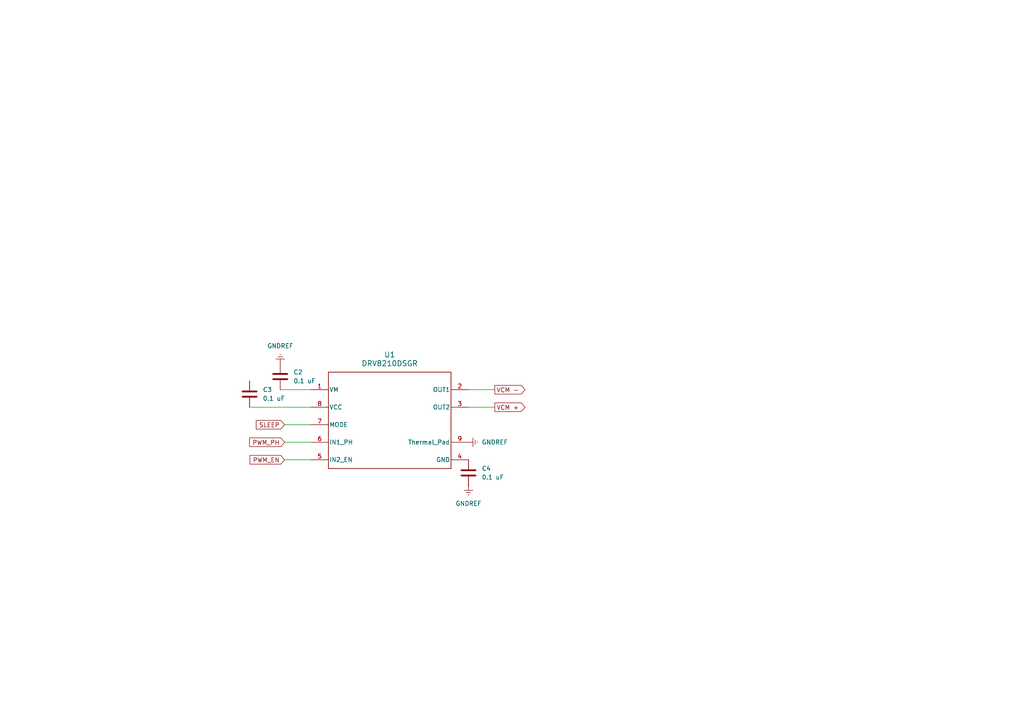
<source format=kicad_sch>
(kicad_sch (version 20250114) (generator "eeschema") (generator_version "9.0")
  (paper "A4")
  (lib_symbols
    (symbol "2025-04-08_09-39-13:DRV8210DSGR" (pin_names (offset 0.254))
      (property "Reference" "U" (at 0 2.54 0))
      (property "Value" "DRV8210DSGR" (at 0 0 0))
      (symbol "DRV8210DSGR_0_1"
        (polyline (pts (xy 5.08 5.08) (xy 5.08 -22.86)) (stroke (width 0.2032)))
        (polyline (pts (xy 5.08 -22.86) (xy 40.64 -22.86)) (stroke (width 0.2032)))
        (polyline (pts (xy 40.64 5.08) (xy 5.08 5.08)) (stroke (width 0.2032)))
        (polyline (pts (xy 40.64 -22.86) (xy 40.64 5.08)) (stroke (width 0.2032)))
        (pin power_in line (at 0 0 0) (length 5.08) (name "VM") (number "1"))
        (pin power_in line (at 0 -5.08 0) (length 5.08) (name "VCC") (number "8"))
        (pin unspecified line (at 0 -10.16 0) (length 5.08) (name "MODE") (number "7"))
        (pin input line (at 0 -15.24 0) (length 5.08) (name "IN1_PH") (number "6"))
        (pin input line (at 0 -20.32 0) (length 5.08) (name "IN2_EN") (number "5"))
        (pin output line (at 45.72 0 180) (length 5.08) (name "OUT1") (number "2"))
        (pin output line (at 45.72 -5.08 180) (length 5.08) (name "OUT2") (number "3"))
        (pin power_in line (at 45.72 -15.24 180) (length 5.08) (name "Thermal_Pad") (number "9"))
        (pin power_in line (at 45.72 -20.32 180) (length 5.08) (name "GND") (number "4"))
      )
    )
    (symbol "Device:C" (pin_numbers (hide yes)) (pin_names (offset 0.254))
      (property "Reference" "C" (at 0.635 2.54 0))
      (property "Value" "C" (at 0.635 -2.54 0))
      (symbol "C_0_1"
        (polyline (pts (xy -2.032 0.762) (xy 2.032 0.762)) (stroke (width 0.508)))
        (polyline (pts (xy -2.032 -0.762) (xy 2.032 -0.762)) (stroke (width 0.508)))
      )
      (symbol "C_1_1"
        (pin passive line (at 0 3.81 270) (length 2.794) (name "~") (number "1"))
        (pin passive line (at 0 -3.81 90) (length 2.794) (name "~") (number "2"))
      )
    )
    (symbol "power:GNDREF" (power) (pin_numbers (hide yes)) (pin_names (offset 0) (hide yes))
      (property "Value" "GNDREF" (at 0 -3.81 0))
      (symbol "GNDREF_0_1"
        (polyline (pts (xy -0.635 -1.905) (xy 0.635 -1.905)))
        (polyline (pts (xy -0.127 -2.54) (xy 0.127 -2.54)))
        (polyline (pts (xy 0 -1.27) (xy 0 0)))
        (polyline (pts (xy 1.27 -1.27) (xy -1.27 -1.27)))
      )
      (symbol "GNDREF_1_1"
        (pin power_in line (at 0 0 270) (length 0) (name "~") (number "1"))
      )
    )
  )
  (wire (pts (xy 82.55 128.27) (xy 90.17 128.27)))
  (wire (pts (xy 81.28 113.03) (xy 90.17 113.03)))
  (wire (pts (xy 72.39 118.11) (xy 90.17 118.11)))
  (wire (pts (xy 82.55 133.35) (xy 90.17 133.35)))
  (wire (pts (xy 143.51 118.11) (xy 135.89 118.11)))
  (wire (pts (xy 135.89 113.03) (xy 143.51 113.03)))
  (wire (pts (xy 82.55 123.19) (xy 90.17 123.19)))
  (global_label "VCM -" (shape output) (at 143.51 113.03 0) (property "Intersheetrefs" "${INTERSHEET_REFS}" (effects (hide yes))))
  (global_label "VCM +" (shape output) (at 143.51 118.11 0) (property "Intersheetrefs" "${INTERSHEET_REFS}" (effects (hide yes))))
  (global_label "PWM_EN" (shape input) (at 82.55 133.35 180) (property "Intersheetrefs" "${INTERSHEET_REFS}" (effects (hide yes))))
  (global_label "PWM_PH" (shape input) (at 82.55 128.27 180) (property "Intersheetrefs" "${INTERSHEET_REFS}" (effects (hide yes))))
  (global_label "SLEEP" (shape input) (at 82.55 123.19 180) (property "Intersheetrefs" "${INTERSHEET_REFS}" (effects (hide yes))))
  (symbol (lib_id "power:GNDREF") (at 135.89 140.97 0) (unit 1)
    (property "Reference" "#PWR02" (effects (hide yes)))
    (property "Value" "GNDREF" (at 135.89 146.05 0))
    (property "Description" "Power symbol creates a global label with name \"GNDREF\" , reference supply ground" (effects (hide yes)))
  )
  (symbol (lib_id "Device:C") (at 72.39 114.3 0) (unit 1)
    (property "Reference" "C3" (at 76.2 113.0299 0) (effects (justify left)))
    (property "Value" "0.1 uF" (at 76.2 115.5699 0) (effects (justify left)))
    (property "Footprint" "Capacitor_SMD:C_0603_1608Metric" (effects (hide yes)))
    (property "Description" "Unpolarized capacitor" (effects (hide yes)))
  )
  (symbol (lib_id "2025-04-08_09-39-13:DRV8210DSGR") (at 90.17 113.03 0) (unit 1)
    (property "Reference" "U1" (at 113.03 102.87 0) (effects (font (size 1.524 1.524))))
    (property "Value" "DRV8210DSGR" (at 113.03 105.41 0) (effects (font (size 1.524 1.524))))
    (property "Footprint" "DSG0008A-IPC_A" (effects (hide yes)))
    (property "Datasheet" "DRV8210DSGR" (effects (hide yes)))
  )
  (symbol (lib_id "Device:C") (at 135.89 137.16 0) (unit 1)
    (property "Reference" "C4" (at 139.7 135.8899 0) (effects (justify left)))
    (property "Value" "0.1 uF" (at 139.7 138.4299 0) (effects (justify left)))
    (property "Footprint" "Capacitor_SMD:C_0603_1608Metric" (effects (hide yes)))
    (property "Description" "Unpolarized capacitor" (effects (hide yes)))
  )
  (symbol (lib_id "Device:C") (at 81.28 109.22 0) (unit 1)
    (property "Reference" "C2" (at 85.09 107.9499 0) (effects (justify left)))
    (property "Value" "0.1 uF" (at 85.09 110.4899 0) (effects (justify left)))
    (property "Footprint" "Capacitor_SMD:C_0603_1608Metric" (effects (hide yes)))
    (property "Description" "Unpolarized capacitor" (effects (hide yes)))
  )
  (symbol (lib_id "power:GNDREF") (at 135.89 128.27 90) (unit 1)
    (property "Reference" "#PWR03" (effects (hide yes)))
    (property "Value" "GNDREF" (at 139.7 128.2699 90) (effects (justify right)))
    (property "Description" "Power symbol creates a global label with name \"GNDREF\" , reference supply ground" (effects (hide yes)))
  )
  (symbol (lib_id "power:GNDREF") (at 81.28 105.41 180) (unit 1)
    (property "Reference" "#PWR01" (effects (hide yes)))
    (property "Value" "GNDREF" (at 81.28 100.33 0))
    (property "Description" "Power symbol creates a global label with name \"GNDREF\" , reference supply ground" (effects (hide yes)))
  )
)
</source>
